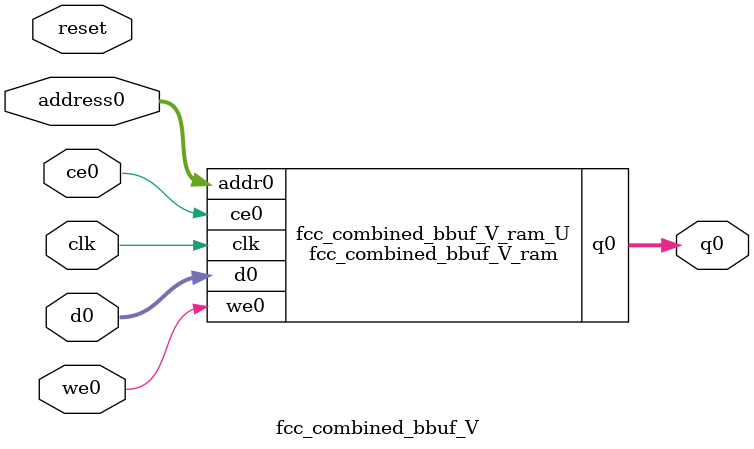
<source format=v>
`timescale 1 ns / 1 ps
module fcc_combined_bbuf_V_ram (addr0, ce0, d0, we0, q0,  clk);

parameter DWIDTH = 32;
parameter AWIDTH = 10;
parameter MEM_SIZE = 1000;

input[AWIDTH-1:0] addr0;
input ce0;
input[DWIDTH-1:0] d0;
input we0;
output reg[DWIDTH-1:0] q0;
input clk;

reg [DWIDTH-1:0] ram[0:MEM_SIZE-1];




always @(posedge clk)  
begin 
    if (ce0) begin
        if (we0) 
            ram[addr0] <= d0; 
        q0 <= ram[addr0];
    end
end


endmodule

`timescale 1 ns / 1 ps
module fcc_combined_bbuf_V(
    reset,
    clk,
    address0,
    ce0,
    we0,
    d0,
    q0);

parameter DataWidth = 32'd32;
parameter AddressRange = 32'd1000;
parameter AddressWidth = 32'd10;
input reset;
input clk;
input[AddressWidth - 1:0] address0;
input ce0;
input we0;
input[DataWidth - 1:0] d0;
output[DataWidth - 1:0] q0;



fcc_combined_bbuf_V_ram fcc_combined_bbuf_V_ram_U(
    .clk( clk ),
    .addr0( address0 ),
    .ce0( ce0 ),
    .we0( we0 ),
    .d0( d0 ),
    .q0( q0 ));

endmodule


</source>
